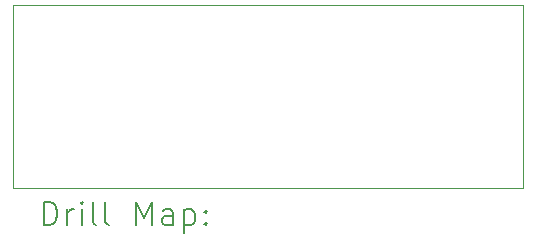
<source format=gbr>
%TF.GenerationSoftware,KiCad,Pcbnew,8.0.8*%
%TF.CreationDate,2025-02-14T22:47:40+08:00*%
%TF.ProjectId,5V24VBoostUp(USBC),35563234-5642-46f6-9f73-745570285553,rev?*%
%TF.SameCoordinates,Original*%
%TF.FileFunction,Drillmap*%
%TF.FilePolarity,Positive*%
%FSLAX45Y45*%
G04 Gerber Fmt 4.5, Leading zero omitted, Abs format (unit mm)*
G04 Created by KiCad (PCBNEW 8.0.8) date 2025-02-14 22:47:40*
%MOMM*%
%LPD*%
G01*
G04 APERTURE LIST*
%ADD10C,0.050000*%
%ADD11C,0.200000*%
G04 APERTURE END LIST*
D10*
X13187680Y-7574280D02*
X17503140Y-7574280D01*
X17503140Y-9121140D01*
X13187680Y-9121140D01*
X13187680Y-7574280D01*
D11*
X13445957Y-9435124D02*
X13445957Y-9235124D01*
X13445957Y-9235124D02*
X13493576Y-9235124D01*
X13493576Y-9235124D02*
X13522147Y-9244648D01*
X13522147Y-9244648D02*
X13541195Y-9263695D01*
X13541195Y-9263695D02*
X13550719Y-9282743D01*
X13550719Y-9282743D02*
X13560242Y-9320838D01*
X13560242Y-9320838D02*
X13560242Y-9349410D01*
X13560242Y-9349410D02*
X13550719Y-9387505D01*
X13550719Y-9387505D02*
X13541195Y-9406552D01*
X13541195Y-9406552D02*
X13522147Y-9425600D01*
X13522147Y-9425600D02*
X13493576Y-9435124D01*
X13493576Y-9435124D02*
X13445957Y-9435124D01*
X13645957Y-9435124D02*
X13645957Y-9301790D01*
X13645957Y-9339886D02*
X13655481Y-9320838D01*
X13655481Y-9320838D02*
X13665004Y-9311314D01*
X13665004Y-9311314D02*
X13684052Y-9301790D01*
X13684052Y-9301790D02*
X13703100Y-9301790D01*
X13769766Y-9435124D02*
X13769766Y-9301790D01*
X13769766Y-9235124D02*
X13760242Y-9244648D01*
X13760242Y-9244648D02*
X13769766Y-9254171D01*
X13769766Y-9254171D02*
X13779290Y-9244648D01*
X13779290Y-9244648D02*
X13769766Y-9235124D01*
X13769766Y-9235124D02*
X13769766Y-9254171D01*
X13893576Y-9435124D02*
X13874528Y-9425600D01*
X13874528Y-9425600D02*
X13865004Y-9406552D01*
X13865004Y-9406552D02*
X13865004Y-9235124D01*
X13998338Y-9435124D02*
X13979290Y-9425600D01*
X13979290Y-9425600D02*
X13969766Y-9406552D01*
X13969766Y-9406552D02*
X13969766Y-9235124D01*
X14226909Y-9435124D02*
X14226909Y-9235124D01*
X14226909Y-9235124D02*
X14293576Y-9377981D01*
X14293576Y-9377981D02*
X14360242Y-9235124D01*
X14360242Y-9235124D02*
X14360242Y-9435124D01*
X14541195Y-9435124D02*
X14541195Y-9330362D01*
X14541195Y-9330362D02*
X14531671Y-9311314D01*
X14531671Y-9311314D02*
X14512623Y-9301790D01*
X14512623Y-9301790D02*
X14474528Y-9301790D01*
X14474528Y-9301790D02*
X14455481Y-9311314D01*
X14541195Y-9425600D02*
X14522147Y-9435124D01*
X14522147Y-9435124D02*
X14474528Y-9435124D01*
X14474528Y-9435124D02*
X14455481Y-9425600D01*
X14455481Y-9425600D02*
X14445957Y-9406552D01*
X14445957Y-9406552D02*
X14445957Y-9387505D01*
X14445957Y-9387505D02*
X14455481Y-9368457D01*
X14455481Y-9368457D02*
X14474528Y-9358933D01*
X14474528Y-9358933D02*
X14522147Y-9358933D01*
X14522147Y-9358933D02*
X14541195Y-9349410D01*
X14636433Y-9301790D02*
X14636433Y-9501790D01*
X14636433Y-9311314D02*
X14655481Y-9301790D01*
X14655481Y-9301790D02*
X14693576Y-9301790D01*
X14693576Y-9301790D02*
X14712623Y-9311314D01*
X14712623Y-9311314D02*
X14722147Y-9320838D01*
X14722147Y-9320838D02*
X14731671Y-9339886D01*
X14731671Y-9339886D02*
X14731671Y-9397029D01*
X14731671Y-9397029D02*
X14722147Y-9416076D01*
X14722147Y-9416076D02*
X14712623Y-9425600D01*
X14712623Y-9425600D02*
X14693576Y-9435124D01*
X14693576Y-9435124D02*
X14655481Y-9435124D01*
X14655481Y-9435124D02*
X14636433Y-9425600D01*
X14817385Y-9416076D02*
X14826909Y-9425600D01*
X14826909Y-9425600D02*
X14817385Y-9435124D01*
X14817385Y-9435124D02*
X14807862Y-9425600D01*
X14807862Y-9425600D02*
X14817385Y-9416076D01*
X14817385Y-9416076D02*
X14817385Y-9435124D01*
X14817385Y-9311314D02*
X14826909Y-9320838D01*
X14826909Y-9320838D02*
X14817385Y-9330362D01*
X14817385Y-9330362D02*
X14807862Y-9320838D01*
X14807862Y-9320838D02*
X14817385Y-9311314D01*
X14817385Y-9311314D02*
X14817385Y-9330362D01*
M02*

</source>
